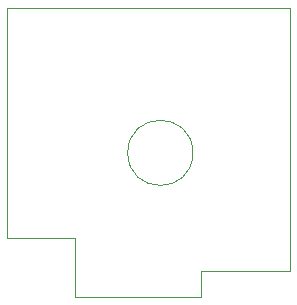
<source format=gbr>
%TF.GenerationSoftware,KiCad,Pcbnew,5.1.9+dfsg1-1*%
%TF.CreationDate,2022-05-26T09:54:07+01:00*%
%TF.ProjectId,ds_lite_clicky_buttons,64735f6c-6974-4655-9f63-6c69636b795f,rev?*%
%TF.SameCoordinates,Original*%
%TF.FileFunction,Profile,NP*%
%FSLAX46Y46*%
G04 Gerber Fmt 4.6, Leading zero omitted, Abs format (unit mm)*
G04 Created by KiCad (PCBNEW 5.1.9+dfsg1-1) date 2022-05-26 09:54:07*
%MOMM*%
%LPD*%
G01*
G04 APERTURE LIST*
%TA.AperFunction,Profile*%
%ADD10C,0.050000*%
%TD*%
G04 APERTURE END LIST*
D10*
X130129280Y-102748080D02*
X130129280Y-83286600D01*
X139583160Y-107797600D02*
X135844280Y-107797600D01*
X135844280Y-102748080D02*
X130129280Y-102748080D01*
X135844280Y-107787440D02*
X135844280Y-102748080D01*
X130124200Y-83286600D02*
X154051000Y-83276440D01*
X154045920Y-105562400D02*
X154045920Y-83276440D01*
X146507200Y-105562400D02*
X154045920Y-105562400D01*
X146507200Y-107797600D02*
X146507200Y-105562400D01*
X139583160Y-107797600D02*
X146507200Y-107797600D01*
X139669520Y-83281520D02*
X140014960Y-83281520D01*
X145834482Y-95554800D02*
G75*
G03*
X145834482Y-95554800I-2761362J0D01*
G01*
M02*

</source>
